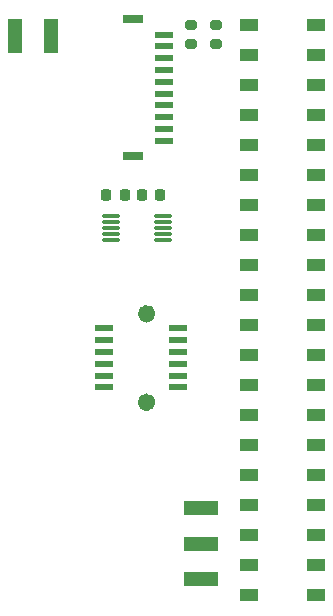
<source format=gtp>
%TF.GenerationSoftware,KiCad,Pcbnew,(6.0.5)*%
%TF.CreationDate,2022-06-23T22:14:42-04:00*%
%TF.ProjectId,pi_zero_shield,70695f7a-6572-46f5-9f73-6869656c642e,rev?*%
%TF.SameCoordinates,Original*%
%TF.FileFunction,Paste,Top*%
%TF.FilePolarity,Positive*%
%FSLAX46Y46*%
G04 Gerber Fmt 4.6, Leading zero omitted, Abs format (unit mm)*
G04 Created by KiCad (PCBNEW (6.0.5)) date 2022-06-23 22:14:42*
%MOMM*%
%LPD*%
G01*
G04 APERTURE LIST*
G04 Aperture macros list*
%AMRoundRect*
0 Rectangle with rounded corners*
0 $1 Rounding radius*
0 $2 $3 $4 $5 $6 $7 $8 $9 X,Y pos of 4 corners*
0 Add a 4 corners polygon primitive as box body*
4,1,4,$2,$3,$4,$5,$6,$7,$8,$9,$2,$3,0*
0 Add four circle primitives for the rounded corners*
1,1,$1+$1,$2,$3*
1,1,$1+$1,$4,$5*
1,1,$1+$1,$6,$7*
1,1,$1+$1,$8,$9*
0 Add four rect primitives between the rounded corners*
20,1,$1+$1,$2,$3,$4,$5,0*
20,1,$1+$1,$4,$5,$6,$7,0*
20,1,$1+$1,$6,$7,$8,$9,0*
20,1,$1+$1,$8,$9,$2,$3,0*%
G04 Aperture macros list end*
%ADD10C,0.750000*%
%ADD11RoundRect,0.225000X-0.225000X-0.250000X0.225000X-0.250000X0.225000X0.250000X-0.225000X0.250000X0*%
%ADD12R,1.600000X0.600000*%
%ADD13R,1.270000X2.920000*%
%ADD14R,1.550000X0.600000*%
%ADD15R,1.800000X0.800000*%
%ADD16RoundRect,0.200000X-0.275000X0.200000X-0.275000X-0.200000X0.275000X-0.200000X0.275000X0.200000X0*%
%ADD17RoundRect,0.225000X0.225000X0.250000X-0.225000X0.250000X-0.225000X-0.250000X0.225000X-0.250000X0*%
%ADD18RoundRect,0.075000X0.650000X0.075000X-0.650000X0.075000X-0.650000X-0.075000X0.650000X-0.075000X0*%
%ADD19R,1.650000X1.000000*%
%ADD20R,1.600000X1.000000*%
%ADD21R,2.920000X1.270000*%
G04 APERTURE END LIST*
D10*
%TO.C,J3*%
X129375000Y-113525000D02*
G75*
G03*
X129375000Y-113525000I-375000J0D01*
G01*
X129375000Y-106025000D02*
G75*
G03*
X129375000Y-106025000I-375000J0D01*
G01*
%TD*%
D11*
%TO.C,C1*%
X125600000Y-95987325D03*
X127150000Y-95987325D03*
%TD*%
D12*
%TO.C,J3*%
X125375000Y-107275000D03*
X131625000Y-107275000D03*
X125375000Y-108275000D03*
X131625000Y-108275000D03*
X125375000Y-109275000D03*
X131625000Y-109275000D03*
X125375000Y-110275000D03*
X131625000Y-110275000D03*
X125375000Y-111275000D03*
X131625000Y-111275000D03*
X125375000Y-112275000D03*
X131625000Y-112275000D03*
%TD*%
D13*
%TO.C,J5*%
X120900000Y-82495000D03*
X117900000Y-82495000D03*
%TD*%
D14*
%TO.C,J1*%
X130457500Y-91400000D03*
X130457500Y-90400000D03*
X130457500Y-89400000D03*
X130457500Y-88400000D03*
X130457500Y-87400000D03*
X130457500Y-86400000D03*
X130457500Y-85400000D03*
X130457500Y-84400000D03*
X130457500Y-83400000D03*
X130457500Y-82400000D03*
D15*
X127882500Y-92700000D03*
X127882500Y-81100000D03*
%TD*%
D16*
%TO.C,R2*%
X132800000Y-81575000D03*
X132800000Y-83225000D03*
%TD*%
D17*
%TO.C,C2*%
X130175000Y-95987325D03*
X128625000Y-95987325D03*
%TD*%
D18*
%TO.C,U1*%
X130400000Y-99782325D03*
X130400000Y-99282325D03*
X130400000Y-98782325D03*
X130400000Y-98282325D03*
X130400000Y-97782325D03*
X126000000Y-97782325D03*
X126000000Y-98282325D03*
X126000000Y-98782325D03*
X126000000Y-99282325D03*
X126000000Y-99782325D03*
%TD*%
D16*
%TO.C,R1*%
X134900000Y-81550000D03*
X134900000Y-83200000D03*
%TD*%
D19*
%TO.C,J2*%
X137675000Y-81620000D03*
D20*
X143325000Y-81620000D03*
D19*
X137675000Y-84160000D03*
D20*
X143325000Y-84160000D03*
X137675000Y-86700000D03*
X143325000Y-86700000D03*
X137675000Y-89240000D03*
X143325000Y-89240000D03*
X137675000Y-91780000D03*
X143325000Y-91780000D03*
X137675000Y-94320000D03*
X143325000Y-94320000D03*
X137675000Y-96860000D03*
X143325000Y-96860000D03*
X137675000Y-99400000D03*
X143325000Y-99400000D03*
X137675000Y-101940000D03*
X143325000Y-101940000D03*
X137675000Y-104480000D03*
X143325000Y-104480000D03*
X137675000Y-107020000D03*
X143325000Y-107020000D03*
X137675000Y-109560000D03*
X143325000Y-109560000D03*
X137675000Y-112100000D03*
X143325000Y-112100000D03*
X137675000Y-114640000D03*
X143325000Y-114640000D03*
X137675000Y-117180000D03*
X143325000Y-117180000D03*
X137675000Y-119720000D03*
X143325000Y-119720000D03*
X137675000Y-122260000D03*
X143325000Y-122260000D03*
X137675000Y-124800000D03*
X143325000Y-124800000D03*
X137675000Y-127340000D03*
X143325000Y-127340000D03*
X137675000Y-129880000D03*
X143325000Y-129880000D03*
%TD*%
D21*
%TO.C,J6*%
X133600000Y-128500000D03*
X133600000Y-125500000D03*
X133600000Y-122500000D03*
%TD*%
M02*

</source>
